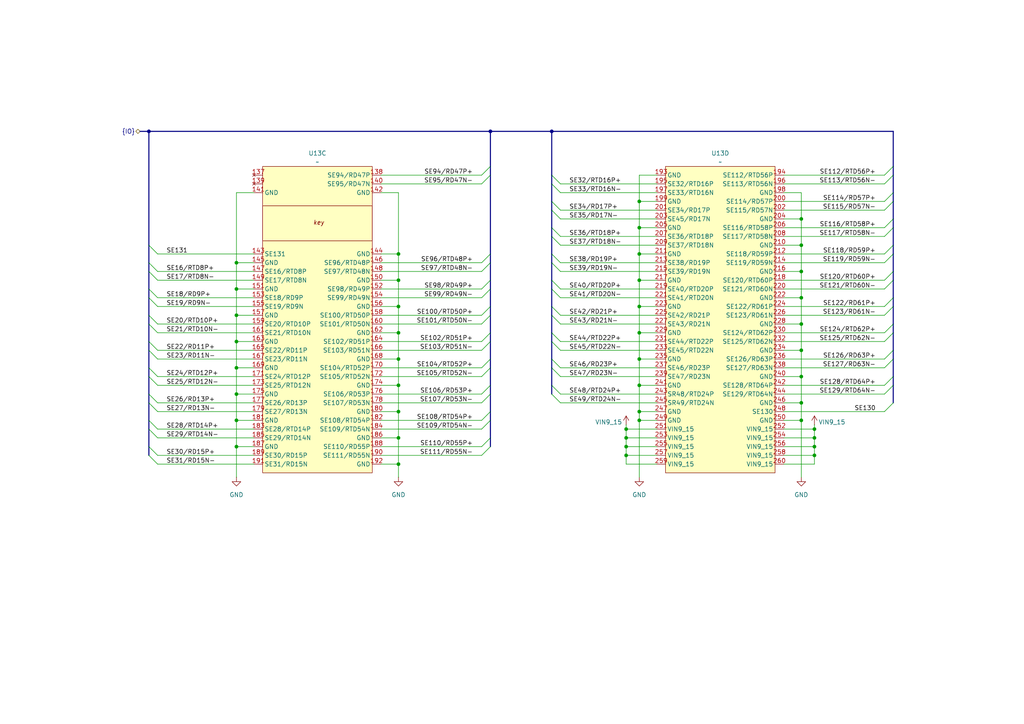
<source format=kicad_sch>
(kicad_sch (version 20231120) (generator "eeschema") (generator_version "8.0")
  (paper "A4")
  (title_block (title "${Project Designation}") (date "2024-06-30") (rev "${Revision}") (comment 1 "${Project Title}") (comment 2 "IO CONNECTOR 2") (comment 3 "${Part Number}"))
  (lib_symbols
    (symbol "ECAP5-BSOM:IO_CONN" (in_bom no)
      (property "Reference" "U" (at -16.51 45.72 0))
      (symbol "IO_CONN_1_0"
        (pin passive line (at -19.05 41.91 0) (length 2.54) (name "GND") (number "1"))
        (pin passive line (at 17.78 31.75 180) (length 2.54) (name "GND") (number "10"))
        (pin passive line (at -19.05 29.21 0) (length 2.54) (name "JTAG_TMS") (number "11"))
        (pin passive line (at 17.78 29.21 180) (length 2.54) (name "SE52/RTD26P") (number "12"))
        (pin passive line (at -19.05 26.67 0) (length 2.54) (name "GND") (number "13"))
        (pin passive line (at 17.78 26.67 180) (length 2.54) (name "SE53/RTD26N") (number "14"))
        (pin passive line (at -19.05 24.13 0) (length 2.54) (name "SE0/RTD0P") (number "15"))
        (pin passive line (at 17.78 24.13 180) (length 2.54) (name "GND") (number "16"))
        (pin passive line (at -19.05 21.59 0) (length 2.54) (name "SE1/RTD0N") (number "17"))
        (pin passive line (at 17.78 21.59 180) (length 2.54) (name "SE54/RD27P") (number "18"))
        (pin passive line (at -19.05 19.05 0) (length 2.54) (name "GND") (number "19"))
        (pin passive line (at 17.78 41.91 180) (length 2.54) (name "RESET_IN") (number "2"))
        (pin passive line (at 17.78 19.05 180) (length 2.54) (name "SE55/RD27N") (number "20"))
        (pin passive line (at -19.05 16.51 0) (length 2.54) (name "SE2/RD1P") (number "21"))
        (pin passive line (at 17.78 16.51 180) (length 2.54) (name "GND") (number "22"))
        (pin passive line (at -19.05 13.97 0) (length 2.54) (name "SE3/RD1N") (number "23"))
        (pin passive line (at 17.78 13.97 180) (length 2.54) (name "SE56/RTD28P") (number "24"))
        (pin passive line (at -19.05 11.43 0) (length 2.54) (name "GND") (number "25"))
        (pin passive line (at 17.78 11.43 180) (length 2.54) (name "SE57/RTD28N") (number "26"))
        (pin passive line (at -19.05 8.89 0) (length 2.54) (name "SE4/RTD2P") (number "27"))
        (pin passive line (at 17.78 8.89 180) (length 2.54) (name "GND") (number "28"))
        (pin passive line (at -19.05 6.35 0) (length 2.54) (name "SE5/RTD2N") (number "29"))
        (pin passive line (at -19.05 39.37 0) (length 2.54) (name "JTAG_TCK") (number "3"))
        (pin passive line (at 17.78 6.35 180) (length 2.54) (name "SE58/RD29P") (number "30"))
        (pin passive line (at -19.05 3.81 0) (length 2.54) (name "GND") (number "31"))
        (pin passive line (at 17.78 3.81 180) (length 2.54) (name "SE59/RD29N") (number "32"))
        (pin passive line (at -19.05 1.27 0) (length 2.54) (name "SE6/RD3P") (number "33"))
        (pin passive line (at 17.78 1.27 180) (length 2.54) (name "GND") (number "34"))
        (pin passive line (at -19.05 -1.27 0) (length 2.54) (name "SE7/RD3N") (number "35"))
        (pin passive line (at 17.78 -1.27 180) (length 2.54) (name "SE60/RTD30P") (number "36"))
        (pin passive line (at -19.05 -3.81 0) (length 2.54) (name "GND") (number "37"))
        (pin passive line (at 17.78 -3.81 180) (length 2.54) (name "SE61/RTD30N") (number "38"))
        (pin passive line (at -19.05 -6.35 0) (length 2.54) (name "SE8/RTD4P") (number "39"))
        (pin passive line (at 17.78 39.37 180) (length 2.54) (name "GND") (number "4"))
        (pin passive line (at 17.78 -6.35 180) (length 2.54) (name "GND") (number "40"))
        (pin passive line (at -19.05 -8.89 0) (length 2.54) (name "SE9/RTD4N") (number "41"))
        (pin passive line (at 17.78 -8.89 180) (length 2.54) (name "SE62/RD31P") (number "42"))
        (pin passive line (at -19.05 -11.43 0) (length 2.54) (name "GND") (number "43"))
        (pin passive line (at 17.78 -11.43 180) (length 2.54) (name "SE63/RD31N") (number "44"))
        (pin passive line (at -19.05 -13.97 0) (length 2.54) (name "SE10/RD5P") (number "45"))
        (pin passive line (at 17.78 -13.97 180) (length 2.54) (name "GND") (number "46"))
        (pin passive line (at -19.05 -16.51 0) (length 2.54) (name "SE11/RD5N") (number "47"))
        (pin passive line (at 17.78 -16.51 180) (length 2.54) (name "SE64/RTD32P") (number "48"))
        (pin passive line (at -19.05 -19.05 0) (length 2.54) (name "GND") (number "49"))
        (pin passive line (at -19.05 36.83 0) (length 2.54) (name "JTAG_TDI") (number "5"))
        (pin passive line (at 17.78 -19.05 180) (length 2.54) (name "SE65/RTD32N") (number "50"))
        (pin passive line (at -19.05 -21.59 0) (length 2.54) (name "SE12/RTD6P") (number "51"))
        (pin passive line (at 17.78 -21.59 180) (length 2.54) (name "GND") (number "52"))
        (pin passive line (at -19.05 -24.13 0) (length 2.54) (name "SE13/RTD6N") (number "53"))
        (pin passive line (at 17.78 -24.13 180) (length 2.54) (name "SE66/RD33P") (number "54"))
        (pin passive line (at -19.05 -26.67 0) (length 2.54) (name "GND") (number "55"))
        (pin passive line (at 17.78 -26.67 180) (length 2.54) (name "SE67/RD33N") (number "56"))
        (pin passive line (at -19.05 -29.21 0) (length 2.54) (name "SE14/RD7P") (number "57"))
        (pin passive line (at 17.78 -29.21 180) (length 2.54) (name "GND") (number "58"))
        (pin passive line (at -19.05 -31.75 0) (length 2.54) (name "SE15/RD7N") (number "59"))
        (pin passive line (at 17.78 36.83 180) (length 2.54) (name "SE50/RD25P") (number "6"))
        (pin passive line (at 17.78 -31.75 180) (length 2.54) (name "SE68/RTD34P") (number "60"))
        (pin passive line (at -19.05 -34.29 0) (length 2.54) (name "GND") (number "61"))
        (pin passive line (at 17.78 -34.29 180) (length 2.54) (name "SE69/RTD34N") (number "62"))
        (pin passive line (at -19.05 -36.83 0) (length 2.54) (name "GND") (number "63"))
        (pin passive line (at 17.78 -36.83 180) (length 2.54) (name "GND") (number "64"))
        (pin no_connect line (at -19.05 -39.37 0) (length 2.54) (name "") (number "65"))
        (pin passive line (at 17.78 -39.37 180) (length 2.54) (name "SE70/RD35P") (number "66"))
        (pin no_connect line (at -19.05 -41.91 0) (length 2.54) (name "") (number "67"))
        (pin passive line (at 17.78 -41.91 180) (length 2.54) (name "SE71/RD35N") (number "68"))
        (pin passive line (at -19.05 34.29 0) (length 2.54) (name "GND") (number "7"))
        (pin passive line (at 17.78 34.29 180) (length 2.54) (name "SE51/RD25N") (number "8"))
        (pin passive line (at -19.05 31.75 0) (length 2.54) (name "JTAG_TDO") (number "9"))
      )
      (symbol "IO_CONN_1_1"
        (rectangle (start -16.51 44.45) (end 15.24 -44.45) (fill (type background)))
      )
      (symbol "IO_CONN_2_0"
        (pin passive line (at 17.78 3.81 180) (length 2.54) (name "GND") (number "100"))
        (pin passive line (at -19.05 1.27 0) (length 2.54) (name "GND") (number "101"))
        (pin passive line (at 17.78 1.27 180) (length 2.54) (name "SE82/RD41P") (number "102"))
        (pin passive line (at -19.05 -1.27 0) (length 2.54) (name "GND") (number "103"))
        (pin passive line (at 17.78 -1.27 180) (length 2.54) (name "SE83/RD41N") (number "104"))
        (pin no_connect line (at -19.05 -3.81 0) (length 2.54) (name "") (number "105"))
        (pin passive line (at 17.78 -3.81 180) (length 2.54) (name "GND") (number "106"))
        (pin no_connect line (at -19.05 -6.35 0) (length 2.54) (name "") (number "107"))
        (pin passive line (at 17.78 -6.35 180) (length 2.54) (name "SE84/RTD42P") (number "108"))
        (pin passive line (at -19.05 -8.89 0) (length 2.54) (name "GND") (number "109"))
        (pin passive line (at 17.78 -8.89 180) (length 2.54) (name "SE85/RTD42N") (number "110"))
        (pin passive line (at -19.05 -11.43 0) (length 2.54) (name "GND") (number "111"))
        (pin passive line (at 17.78 -11.43 180) (length 2.54) (name "GND") (number "112"))
        (pin no_connect line (at -19.05 -13.97 0) (length 2.54) (name "") (number "113"))
        (pin passive line (at 17.78 -13.97 180) (length 2.54) (name "SE86/RD43P") (number "114"))
        (pin no_connect line (at -19.05 -16.51 0) (length 2.54) (name "") (number "115"))
        (pin passive line (at 17.78 -16.51 180) (length 2.54) (name "SE87/RD43N") (number "116"))
        (pin passive line (at -19.05 -19.05 0) (length 2.54) (name "GND") (number "117"))
        (pin passive line (at 17.78 -19.05 180) (length 2.54) (name "GND") (number "118"))
        (pin passive line (at -19.05 -21.59 0) (length 2.54) (name "GND") (number "119"))
        (pin passive line (at 17.78 -21.59 180) (length 2.54) (name "SE88/RTD44P") (number "120"))
        (pin no_connect line (at -19.05 -24.13 0) (length 2.54) (name "") (number "121"))
        (pin passive line (at 17.78 -24.13 180) (length 2.54) (name "SE89/RTD44N") (number "122"))
        (pin no_connect line (at -19.05 -26.67 0) (length 2.54) (name "") (number "123"))
        (pin passive line (at 17.78 -26.67 180) (length 2.54) (name "GND") (number "124"))
        (pin passive line (at -19.05 -29.21 0) (length 2.54) (name "GND") (number "125"))
        (pin passive line (at 17.78 -29.21 180) (length 2.54) (name "SE90/RD45P") (number "126"))
        (pin passive line (at -19.05 -31.75 0) (length 2.54) (name "GND") (number "127"))
        (pin passive line (at 17.78 -31.75 180) (length 2.54) (name "SE91/RD45N") (number "128"))
        (pin no_connect line (at -19.05 -34.29 0) (length 2.54) (name "") (number "129"))
        (pin passive line (at 17.78 -34.29 180) (length 2.54) (name "GND") (number "130"))
        (pin no_connect line (at -19.05 -36.83 0) (length 2.54) (name "") (number "131"))
        (pin passive line (at 17.78 -36.83 180) (length 2.54) (name "SE92/RTD46P") (number "132"))
        (pin passive line (at -19.05 -39.37 0) (length 2.54) (name "GND") (number "133"))
        (pin passive line (at 17.78 -39.37 180) (length 2.54) (name "SE93/RTD46N") (number "134"))
        (pin passive line (at -19.05 -41.91 0) (length 2.54) (name "GND") (number "135"))
        (pin passive line (at 17.78 -41.91 180) (length 2.54) (name "GND") (number "136"))
        (pin passive line (at -19.05 41.91 0) (length 2.54) (name "GND") (number "69"))
        (pin passive line (at 17.78 41.91 180) (length 2.54) (name "GND") (number "70"))
        (pin passive line (at -19.05 39.37 0) (length 2.54) (name "GND") (number "71"))
        (pin passive line (at 17.78 39.37 180) (length 2.54) (name "SE72/RTD36P") (number "72"))
        (pin no_connect line (at -19.05 36.83 0) (length 2.54) (name "") (number "73"))
        (pin passive line (at 17.78 36.83 180) (length 2.54) (name "SE73/RTD36N") (number "74"))
        (pin no_connect line (at -19.05 34.29 0) (length 2.54) (name "") (number "75"))
        (pin passive line (at 17.78 34.29 180) (length 2.54) (name "GND") (number "76"))
        (pin passive line (at -19.05 31.75 0) (length 2.54) (name "GND") (number "77"))
        (pin passive line (at 17.78 31.75 180) (length 2.54) (name "SE74/RD37P") (number "78"))
        (pin passive line (at -19.05 29.21 0) (length 2.54) (name "GND") (number "79"))
        (pin passive line (at 17.78 29.21 180) (length 2.54) (name "SE75/RD37N") (number "80"))
        (pin no_connect line (at -19.05 26.67 0) (length 2.54) (name "") (number "81"))
        (pin passive line (at 17.78 26.67 180) (length 2.54) (name "GND") (number "82"))
        (pin no_connect line (at -19.05 24.13 0) (length 2.54) (name "") (number "83"))
        (pin passive line (at 17.78 24.13 180) (length 2.54) (name "SE76/RTD38P") (number "84"))
        (pin passive line (at -19.05 21.59 0) (length 2.54) (name "GND") (number "85"))
        (pin passive line (at 17.78 21.59 180) (length 2.54) (name "SE77/RTD38N") (number "86"))
        (pin passive line (at -19.05 19.05 0) (length 2.54) (name "GND") (number "87"))
        (pin passive line (at 17.78 19.05 180) (length 2.54) (name "GND") (number "88"))
        (pin no_connect line (at -19.05 16.51 0) (length 2.54) (name "") (number "89"))
        (pin passive line (at 17.78 16.51 180) (length 2.54) (name "SE78/RD39P") (number "90"))
        (pin no_connect line (at -19.05 13.97 0) (length 2.54) (name "") (number "91"))
        (pin passive line (at 17.78 13.97 180) (length 2.54) (name "SE79/RD39N") (number "92"))
        (pin passive line (at -19.05 11.43 0) (length 2.54) (name "GND") (number "93"))
        (pin passive line (at 17.78 11.43 180) (length 2.54) (name "GND") (number "94"))
        (pin passive line (at -19.05 8.89 0) (length 2.54) (name "GND") (number "95"))
        (pin passive line (at 17.78 8.89 180) (length 2.54) (name "SE80/RTD40P") (number "96"))
        (pin no_connect line (at -19.05 6.35 0) (length 2.54) (name "") (number "97"))
        (pin passive line (at 17.78 6.35 180) (length 2.54) (name "SE81/RTD40N") (number "98"))
        (pin no_connect line (at -19.05 3.81 0) (length 2.54) (name "") (number "99"))
      )
      (symbol "IO_CONN_2_1"
        (rectangle (start -16.51 44.45) (end 15.24 -44.45) (fill (type background)))
      )
      (symbol "IO_CONN_3_0"
        (pin no_connect line (at -19.05 41.91 0) (length 2.54) (name "") (number "137"))
        (pin passive line (at 17.78 41.91 180) (length 2.54) (name "SE94/RD47P") (number "138"))
        (pin no_connect line (at -19.05 39.37 0) (length 2.54) (name "") (number "139"))
        (pin passive line (at 17.78 39.37 180) (length 2.54) (name "SE95/RD47N") (number "140"))
        (pin passive line (at -19.05 36.83 0) (length 2.54) (name "GND") (number "141"))
        (pin passive line (at 17.78 36.83 180) (length 2.54) (name "GND") (number "142"))
        (pin passive line (at -19.05 19.05 0) (length 2.54) (name "SE131") (number "143"))
        (pin passive line (at 17.78 19.05 180) (length 2.54) (name "GND") (number "144"))
        (pin passive line (at -19.05 16.51 0) (length 2.54) (name "GND") (number "145"))
        (pin passive line (at 17.78 16.51 180) (length 2.54) (name "SE96/RTD48P") (number "146"))
        (pin passive line (at -19.05 13.97 0) (length 2.54) (name "SE16/RTD8P") (number "147"))
        (pin passive line (at 17.78 13.97 180) (length 2.54) (name "SE97/RTD48N") (number "148"))
        (pin passive line (at -19.05 11.43 0) (length 2.54) (name "SE17/RTD8N") (number "149"))
        (pin passive line (at 17.78 11.43 180) (length 2.54) (name "GND") (number "150"))
        (pin passive line (at -19.05 8.89 0) (length 2.54) (name "GND") (number "151"))
        (pin passive line (at 17.78 8.89 180) (length 2.54) (name "SE98/RD49P") (number "152"))
        (pin passive line (at -19.05 6.35 0) (length 2.54) (name "SE18/RD9P") (number "153"))
        (pin passive line (at 17.78 6.35 180) (length 2.54) (name "SE99/RD49N") (number "154"))
        (pin passive line (at -19.05 3.81 0) (length 2.54) (name "SE19/RD9N") (number "155"))
        (pin passive line (at 17.78 3.81 180) (length 2.54) (name "GND") (number "156"))
        (pin passive line (at -19.05 1.27 0) (length 2.54) (name "GND") (number "157"))
        (pin passive line (at 17.78 1.27 180) (length 2.54) (name "SE100/RTD50P") (number "158"))
        (pin passive line (at -19.05 -1.27 0) (length 2.54) (name "SE20/RTD10P") (number "159"))
        (pin passive line (at 17.78 -1.27 180) (length 2.54) (name "SE101/RTD50N") (number "160"))
        (pin passive line (at -19.05 -3.81 0) (length 2.54) (name "SE21/RTD10N") (number "161"))
        (pin passive line (at 17.78 -3.81 180) (length 2.54) (name "GND") (number "162"))
        (pin passive line (at -19.05 -6.35 0) (length 2.54) (name "GND") (number "163"))
        (pin passive line (at 17.78 -6.35 180) (length 2.54) (name "SE102/RD51P") (number "164"))
        (pin passive line (at -19.05 -8.89 0) (length 2.54) (name "SE22/RD11P") (number "165"))
        (pin passive line (at 17.78 -8.89 180) (length 2.54) (name "SE103/RD51N") (number "166"))
        (pin passive line (at -19.05 -11.43 0) (length 2.54) (name "SE23/RD11N") (number "167"))
        (pin passive line (at 17.78 -11.43 180) (length 2.54) (name "GND") (number "168"))
        (pin passive line (at -19.05 -13.97 0) (length 2.54) (name "GND") (number "169"))
        (pin passive line (at 17.78 -13.97 180) (length 2.54) (name "SE104/RTD52P") (number "170"))
        (pin passive line (at -19.05 -16.51 0) (length 2.54) (name "SE24/RTD12P") (number "171"))
        (pin passive line (at 17.78 -16.51 180) (length 2.54) (name "SE105/RTD52N") (number "172"))
        (pin passive line (at -19.05 -19.05 0) (length 2.54) (name "SE25/RTD12N") (number "173"))
        (pin passive line (at 17.78 -19.05 180) (length 2.54) (name "GND") (number "174"))
        (pin passive line (at -19.05 -21.59 0) (length 2.54) (name "GND") (number "175"))
        (pin passive line (at 17.78 -21.59 180) (length 2.54) (name "SE106/RD53P") (number "176"))
        (pin passive line (at -19.05 -24.13 0) (length 2.54) (name "SE26/RD13P") (number "177"))
        (pin passive line (at 17.78 -24.13 180) (length 2.54) (name "SE107/RD53N") (number "178"))
        (pin passive line (at -19.05 -26.67 0) (length 2.54) (name "SE27/RD13N") (number "179"))
        (pin passive line (at 17.78 -26.67 180) (length 2.54) (name "GND") (number "180"))
        (pin passive line (at -19.05 -29.21 0) (length 2.54) (name "GND") (number "181"))
        (pin passive line (at 17.78 -29.21 180) (length 2.54) (name "SE108/RTD54P") (number "182"))
        (pin passive line (at -19.05 -31.75 0) (length 2.54) (name "SE28/RTD14P") (number "183"))
        (pin passive line (at 17.78 -31.75 180) (length 2.54) (name "SE109/RTD54N") (number "184"))
        (pin passive line (at -19.05 -34.29 0) (length 2.54) (name "SE29/RTD14N") (number "185"))
        (pin passive line (at 17.78 -34.29 180) (length 2.54) (name "GND") (number "186"))
        (pin passive line (at -19.05 -36.83 0) (length 2.54) (name "GND") (number "187"))
        (pin passive line (at 17.78 -36.83 180) (length 2.54) (name "SE110/RD55P") (number "188"))
        (pin passive line (at -19.05 -39.37 0) (length 2.54) (name "SE30/RD15P") (number "189"))
        (pin passive line (at 17.78 -39.37 180) (length 2.54) (name "SE111/RD55N") (number "190"))
        (pin passive line (at -19.05 -41.91 0) (length 2.54) (name "SE31/RD15N") (number "191"))
        (pin passive line (at 17.78 -41.91 180) (length 2.54) (name "GND") (number "192"))
      )
      (symbol "IO_CONN_3_1"
        (rectangle (start -16.51 33.02) (end 15.24 22.86))
        (rectangle (start -16.51 44.45) (end 15.24 -44.45) (fill (type background)))
        (text "key" (at -0.254 28.194 0) (effects (font (size 1.27 1.27) (italic yes))))
      )
      (symbol "IO_CONN_4_0"
        (pin passive line (at -19.05 41.91 0) (length 2.54) (name "GND") (number "193"))
        (pin passive line (at 17.78 41.91 180) (length 2.54) (name "SE112/RTD56P") (number "194"))
        (pin passive line (at -19.05 39.37 0) (length 2.54) (name "SE32/RTD16P") (number "195"))
        (pin passive line (at 17.78 39.37 180) (length 2.54) (name "SE113/RTD56N") (number "196"))
        (pin passive line (at -19.05 36.83 0) (length 2.54) (name "SE33/RTD16N") (number "197"))
        (pin passive line (at 17.78 36.83 180) (length 2.54) (name "GND") (number "198"))
        (pin passive line (at -19.05 34.29 0) (length 2.54) (name "GND") (number "199"))
        (pin passive line (at 17.78 34.29 180) (length 2.54) (name "SE114/RD57P") (number "200"))
        (pin passive line (at -19.05 31.75 0) (length 2.54) (name "SE34/RD17P") (number "201"))
        (pin passive line (at 17.78 31.75 180) (length 2.54) (name "SE115/RD57N") (number "202"))
        (pin passive line (at -19.05 29.21 0) (length 2.54) (name "SE45/RD17N") (number "203"))
        (pin passive line (at 17.78 29.21 180) (length 2.54) (name "GND") (number "204"))
        (pin passive line (at -19.05 26.67 0) (length 2.54) (name "GND") (number "205"))
        (pin passive line (at 17.78 26.67 180) (length 2.54) (name "SE116/RTD58P") (number "206"))
        (pin passive line (at -19.05 24.13 0) (length 2.54) (name "SE36/RTD18P") (number "207"))
        (pin passive line (at 17.78 24.13 180) (length 2.54) (name "SE117/RTD58N") (number "208"))
        (pin passive line (at -19.05 21.59 0) (length 2.54) (name "SE37/RTD18N") (number "209"))
        (pin passive line (at 17.78 21.59 180) (length 2.54) (name "GND") (number "210"))
        (pin passive line (at -19.05 19.05 0) (length 2.54) (name "GND") (number "211"))
        (pin passive line (at 17.78 19.05 180) (length 2.54) (name "SE118/RD59P") (number "212"))
        (pin passive line (at -19.05 16.51 0) (length 2.54) (name "SE38/RD19P") (number "213"))
        (pin passive line (at 17.78 16.51 180) (length 2.54) (name "SE119/RD59N") (number "214"))
        (pin passive line (at -19.05 13.97 0) (length 2.54) (name "SE39/RD19N") (number "215"))
        (pin passive line (at 17.78 13.97 180) (length 2.54) (name "GND") (number "216"))
        (pin passive line (at -19.05 11.43 0) (length 2.54) (name "GND") (number "217"))
        (pin passive line (at 17.78 11.43 180) (length 2.54) (name "SE120/RTD60P") (number "218"))
        (pin passive line (at -19.05 8.89 0) (length 2.54) (name "SE40/RTD20P") (number "219"))
        (pin passive line (at 17.78 8.89 180) (length 2.54) (name "SE121/RTD60N") (number "220"))
        (pin passive line (at -19.05 6.35 0) (length 2.54) (name "SE41/RTD20N") (number "221"))
        (pin passive line (at 17.78 6.35 180) (length 2.54) (name "GND") (number "222"))
        (pin passive line (at -19.05 3.81 0) (length 2.54) (name "GND") (number "223"))
        (pin passive line (at 17.78 3.81 180) (length 2.54) (name "SE122/RD61P") (number "224"))
        (pin passive line (at -19.05 1.27 0) (length 2.54) (name "SE42/RD21P") (number "225"))
        (pin passive line (at 17.78 1.27 180) (length 2.54) (name "SE123/RD61N") (number "226"))
        (pin passive line (at -19.05 -1.27 0) (length 2.54) (name "SE43/RD21N") (number "227"))
        (pin passive line (at 17.78 -1.27 180) (length 2.54) (name "GND") (number "228"))
        (pin passive line (at -19.05 -3.81 0) (length 2.54) (name "GND") (number "229"))
        (pin passive line (at 17.78 -3.81 180) (length 2.54) (name "SE124/RTD62P") (number "230"))
        (pin passive line (at -19.05 -6.35 0) (length 2.54) (name "SE44/RTD22P") (number "231"))
        (pin passive line (at 17.78 -6.35 180) (length 2.54) (name "SE125/RTD62N") (number "232"))
        (pin passive line (at -19.05 -8.89 0) (length 2.54) (name "SE45/RTD22N") (number "233"))
        (pin passive line (at 17.78 -8.89 180) (length 2.54) (name "GND") (number "234"))
        (pin passive line (at -19.05 -11.43 0) (length 2.54) (name "GND") (number "235"))
        (pin passive line (at 17.78 -11.43 180) (length 2.54) (name "SE126/RD63P") (number "236"))
        (pin passive line (at -19.05 -13.97 0) (length 2.54) (name "SE46/RD23P") (number "237"))
        (pin passive line (at 17.78 -13.97 180) (length 2.54) (name "SE127/RD63N") (number "238"))
        (pin passive line (at -19.05 -16.51 0) (length 2.54) (name "SE47/RD23N") (number "239"))
        (pin passive line (at 17.78 -16.51 180) (length 2.54) (name "GND") (number "240"))
        (pin passive line (at -19.05 -19.05 0) (length 2.54) (name "GND") (number "241"))
        (pin passive line (at 17.78 -19.05 180) (length 2.54) (name "SE128/RTD64P") (number "242"))
        (pin passive line (at -19.05 -21.59 0) (length 2.54) (name "SR48/RTD24P") (number "243"))
        (pin passive line (at 17.78 -21.59 180) (length 2.54) (name "SE129/RTD64N") (number "244"))
        (pin passive line (at -19.05 -24.13 0) (length 2.54) (name "SR49/RTD24N") (number "245"))
        (pin passive line (at 17.78 -24.13 180) (length 2.54) (name "GND") (number "246"))
        (pin passive line (at -19.05 -26.67 0) (length 2.54) (name "GND") (number "247"))
        (pin passive line (at 17.78 -26.67 180) (length 2.54) (name "SE130") (number "248"))
        (pin passive line (at -19.05 -29.21 0) (length 2.54) (name "GND") (number "249"))
        (pin passive line (at 17.78 -29.21 180) (length 2.54) (name "GND") (number "250"))
        (pin passive line (at -19.05 -31.75 0) (length 2.54) (name "VIN9_15") (number "251"))
        (pin passive line (at 17.78 -31.75 180) (length 2.54) (name "VIN9_15") (number "252"))
        (pin passive line (at -19.05 -34.29 0) (length 2.54) (name "VIN9_15") (number "253"))
        (pin passive line (at 17.78 -34.29 180) (length 2.54) (name "VIN9_15") (number "254"))
        (pin passive line (at -19.05 -36.83 0) (length 2.54) (name "VIN9_15") (number "255"))
        (pin passive line (at 17.78 -36.83 180) (length 2.54) (name "VIN9_15") (number "256"))
        (pin passive line (at -19.05 -39.37 0) (length 2.54) (name "VIN9_15") (number "257"))
        (pin passive line (at 17.78 -39.37 180) (length 2.54) (name "VIN9_15") (number "258"))
        (pin passive line (at -19.05 -41.91 0) (length 2.54) (name "VIN9_15") (number "259"))
        (pin passive line (at 17.78 -41.91 180) (length 2.54) (name "VIN9_15") (number "260"))
      )
      (symbol "IO_CONN_4_1"
        (rectangle (start -16.51 44.45) (end 15.24 -44.45) (fill (type background)))
      )
    )
    (symbol "ECAP5-BSOM:VIN9_15" (power) (pin_numbers hide) (pin_names (offset 0) hide)
      (property "Value" "VIN9_15" (at 0 3.556 0))
      (symbol "VIN9_15_0_1"
        (polyline (pts (xy -0.762 1.27) (xy 0 2.54)))
        (polyline (pts (xy 0 0) (xy 0 2.54)))
        (polyline (pts (xy 0 2.54) (xy 0.762 1.27)))
      )
      (symbol "VIN9_15_1_1"
        (pin power_in line (at 0 0 90) (length 0) (name "~") (number "1"))
      )
    )
    (symbol "power:GND" (power) (pin_numbers hide) (pin_names (offset 0) hide)
      (property "Value" "GND" (at 0 -3.81 0))
      (symbol "GND_0_1"
        (polyline (pts (xy 0 0) (xy 0 -1.27) (xy 1.27 -1.27) (xy 0 -2.54) (xy -1.27 -1.27) (xy 0 -1.27)))
      )
      (symbol "GND_1_1"
        (pin power_in line (at 0 0 270) (length 0) (name "~") (number "1"))
      )
    )
  )
  (junction (at 232.41 101.6))
  (junction (at 115.57 73.66))
  (junction (at 115.57 81.28))
  (junction (at 232.41 63.5))
  (junction (at 185.42 73.66))
  (junction (at 181.61 132.08))
  (junction (at 185.42 96.52))
  (junction (at 68.58 114.3))
  (junction (at 115.57 111.76))
  (junction (at 236.22 129.54))
  (junction (at 185.42 121.92))
  (junction (at 68.58 76.2))
  (junction (at 115.57 96.52))
  (junction (at 185.42 111.76))
  (junction (at 232.41 109.22))
  (junction (at 236.22 132.08))
  (junction (at 68.58 129.54))
  (junction (at 181.61 129.54))
  (junction (at 232.41 121.92))
  (junction (at 232.41 86.36))
  (junction (at 185.42 88.9))
  (junction (at 68.58 91.44))
  (junction (at 232.41 78.74))
  (junction (at 236.22 124.46))
  (junction (at 115.57 119.38))
  (junction (at 68.58 83.82))
  (junction (at 185.42 119.38))
  (junction (at 142.24 38.1))
  (junction (at 181.61 127))
  (junction (at 185.42 58.42))
  (junction (at 160.02 38.1))
  (junction (at 43.18 38.1))
  (junction (at 68.58 99.06))
  (junction (at 185.42 104.14))
  (junction (at 115.57 104.14))
  (junction (at 115.57 88.9))
  (junction (at 68.58 106.68))
  (junction (at 185.42 81.28))
  (junction (at 236.22 127))
  (junction (at 232.41 71.12))
  (junction (at 115.57 127))
  (junction (at 181.61 124.46))
  (junction (at 185.42 66.04))
  (junction (at 232.41 93.98))
  (junction (at 115.57 134.62))
  (junction (at 68.58 121.92))
  (junction (at 232.41 116.84))
  (bus_entry (at 142.24 127) (size -2.54 2.54))
  (bus_entry (at 142.24 121.92) (size -2.54 2.54))
  (bus_entry (at 160.02 111.76) (size 2.54 2.54))
  (bus_entry (at 43.18 71.12) (size 2.54 2.54))
  (bus_entry (at 160.02 114.3) (size 2.54 2.54))
  (bus_entry (at 259.08 71.12) (size -2.54 2.54))
  (bus_entry (at 142.24 129.54) (size -2.54 2.54))
  (bus_entry (at 142.24 88.9) (size -2.54 2.54))
  (bus_entry (at 160.02 99.06) (size 2.54 2.54))
  (bus_entry (at 43.18 78.74) (size 2.54 2.54))
  (bus_entry (at 142.24 99.06) (size -2.54 2.54))
  (bus_entry (at 43.18 91.44) (size 2.54 2.54))
  (bus_entry (at 142.24 76.2) (size -2.54 2.54))
  (bus_entry (at 43.18 109.22) (size 2.54 2.54))
  (bus_entry (at 142.24 106.68) (size -2.54 2.54))
  (bus_entry (at 259.08 55.88) (size -2.54 2.54))
  (bus_entry (at 142.24 48.26) (size -2.54 2.54))
  (bus_entry (at 43.18 114.3) (size 2.54 2.54))
  (bus_entry (at 160.02 50.8) (size 2.54 2.54))
  (bus_entry (at 160.02 88.9) (size 2.54 2.54))
  (bus_entry (at 160.02 66.04) (size 2.54 2.54))
  (bus_entry (at 160.02 53.34) (size 2.54 2.54))
  (bus_entry (at 259.08 111.76) (size -2.54 2.54))
  (bus_entry (at 43.18 132.08) (size 2.54 2.54))
  (bus_entry (at 259.08 81.28) (size -2.54 2.54))
  (bus_entry (at 142.24 114.3) (size -2.54 2.54))
  (bus_entry (at 259.08 66.04) (size -2.54 2.54))
  (bus_entry (at 160.02 73.66) (size 2.54 2.54))
  (bus_entry (at 43.18 101.6) (size 2.54 2.54))
  (bus_entry (at 259.08 63.5) (size -2.54 2.54))
  (bus_entry (at 160.02 68.58) (size 2.54 2.54))
  (bus_entry (at 43.18 124.46) (size 2.54 2.54))
  (bus_entry (at 43.18 93.98) (size 2.54 2.54))
  (bus_entry (at 142.24 81.28) (size -2.54 2.54))
  (bus_entry (at 160.02 91.44) (size 2.54 2.54))
  (bus_entry (at 259.08 50.8) (size -2.54 2.54))
  (bus_entry (at 43.18 76.2) (size 2.54 2.54))
  (bus_entry (at 142.24 104.14) (size -2.54 2.54))
  (bus_entry (at 142.24 83.82) (size -2.54 2.54))
  (bus_entry (at 142.24 91.44) (size -2.54 2.54))
  (bus_entry (at 160.02 83.82) (size 2.54 2.54))
  (bus_entry (at 142.24 111.76) (size -2.54 2.54))
  (bus_entry (at 142.24 73.66) (size -2.54 2.54))
  (bus_entry (at 259.08 58.42) (size -2.54 2.54))
  (bus_entry (at 43.18 129.54) (size 2.54 2.54))
  (bus_entry (at 43.18 116.84) (size 2.54 2.54))
  (bus_entry (at 259.08 109.22) (size -2.54 2.54))
  (bus_entry (at 259.08 101.6) (size -2.54 2.54))
  (bus_entry (at 160.02 81.28) (size 2.54 2.54))
  (bus_entry (at 259.08 93.98) (size -2.54 2.54))
  (bus_entry (at 259.08 48.26) (size -2.54 2.54))
  (bus_entry (at 259.08 96.52) (size -2.54 2.54))
  (bus_entry (at 160.02 60.96) (size 2.54 2.54))
  (bus_entry (at 142.24 119.38) (size -2.54 2.54))
  (bus_entry (at 142.24 50.8) (size -2.54 2.54))
  (bus_entry (at 160.02 58.42) (size 2.54 2.54))
  (bus_entry (at 43.18 99.06) (size 2.54 2.54))
  (bus_entry (at 259.08 86.36) (size -2.54 2.54))
  (bus_entry (at 43.18 121.92) (size 2.54 2.54))
  (bus_entry (at 160.02 96.52) (size 2.54 2.54))
  (bus_entry (at 160.02 106.68) (size 2.54 2.54))
  (bus_entry (at 160.02 104.14) (size 2.54 2.54))
  (bus_entry (at 259.08 73.66) (size -2.54 2.54))
  (bus_entry (at 259.08 116.84) (size -2.54 2.54))
  (bus_entry (at 43.18 86.36) (size 2.54 2.54))
  (bus_entry (at 259.08 88.9) (size -2.54 2.54))
  (bus_entry (at 160.02 76.2) (size 2.54 2.54))
  (bus_entry (at 43.18 106.68) (size 2.54 2.54))
  (bus_entry (at 259.08 78.74) (size -2.54 2.54))
  (bus_entry (at 259.08 104.14) (size -2.54 2.54))
  (bus_entry (at 43.18 83.82) (size 2.54 2.54))
  (bus_entry (at 142.24 96.52) (size -2.54 2.54))
  (wire (pts (xy 232.41 138.43) (xy 232.41 121.92)))
  (wire (pts (xy 232.41 116.84) (xy 232.41 109.22)))
  (wire (pts (xy 110.49 73.66) (xy 115.57 73.66)))
  (bus (pts (xy 43.18 76.2) (xy 43.18 71.12)))
  (bus (pts (xy 160.02 104.14) (xy 160.02 99.06)))
  (wire (pts (xy 227.33 114.3) (xy 256.54 114.3)))
  (wire (pts (xy 232.41 55.88) (xy 227.33 55.88)))
  (bus (pts (xy 160.02 111.76) (xy 160.02 106.68)))
  (bus (pts (xy 142.24 88.9) (xy 142.24 83.82)))
  (wire (pts (xy 227.33 68.58) (xy 256.54 68.58)))
  (bus (pts (xy 160.02 114.3) (xy 160.02 111.76)))
  (wire (pts (xy 227.33 73.66) (xy 256.54 73.66)))
  (wire (pts (xy 232.41 78.74) (xy 232.41 71.12)))
  (wire (pts (xy 232.41 93.98) (xy 232.41 86.36)))
  (bus (pts (xy 142.24 114.3) (xy 142.24 111.76)))
  (wire (pts (xy 110.49 50.8) (xy 139.7 50.8)))
  (wire (pts (xy 185.42 88.9) (xy 185.42 96.52)))
  (bus (pts (xy 43.18 38.1) (xy 142.24 38.1)))
  (wire (pts (xy 45.72 104.14) (xy 73.66 104.14)))
  (bus (pts (xy 43.18 114.3) (xy 43.18 109.22)))
  (wire (pts (xy 68.58 129.54) (xy 73.66 129.54)))
  (bus (pts (xy 259.08 101.6) (xy 259.08 96.52)))
  (bus (pts (xy 142.24 38.1) (xy 160.02 38.1)))
  (bus (pts (xy 43.18 91.44) (xy 43.18 86.36)))
  (bus (pts (xy 259.08 81.28) (xy 259.08 78.74)))
  (wire (pts (xy 110.49 76.2) (xy 139.7 76.2)))
  (wire (pts (xy 68.58 83.82) (xy 68.58 76.2)))
  (bus (pts (xy 43.18 116.84) (xy 43.18 114.3)))
  (wire (pts (xy 190.5 134.62) (xy 181.61 134.62)))
  (wire (pts (xy 68.58 99.06) (xy 73.66 99.06)))
  (wire (pts (xy 45.72 119.38) (xy 73.66 119.38)))
  (wire (pts (xy 227.33 83.82) (xy 256.54 83.82)))
  (bus (pts (xy 142.24 76.2) (xy 142.24 73.66)))
  (wire (pts (xy 227.33 129.54) (xy 236.22 129.54)))
  (bus (pts (xy 160.02 68.58) (xy 160.02 66.04)))
  (wire (pts (xy 185.42 58.42) (xy 190.5 58.42)))
  (wire (pts (xy 68.58 121.92) (xy 68.58 114.3)))
  (wire (pts (xy 232.41 121.92) (xy 232.41 116.84)))
  (wire (pts (xy 227.33 66.04) (xy 256.54 66.04)))
  (wire (pts (xy 45.72 93.98) (xy 73.66 93.98)))
  (wire (pts (xy 227.33 96.52) (xy 256.54 96.52)))
  (wire (pts (xy 162.56 99.06) (xy 190.5 99.06)))
  (wire (pts (xy 68.58 106.68) (xy 73.66 106.68)))
  (bus (pts (xy 40.64 38.1) (xy 43.18 38.1)))
  (wire (pts (xy 162.56 76.2) (xy 190.5 76.2)))
  (bus (pts (xy 142.24 104.14) (xy 142.24 99.06)))
  (bus (pts (xy 43.18 71.12) (xy 43.18 38.1)))
  (bus (pts (xy 259.08 109.22) (xy 259.08 104.14)))
  (wire (pts (xy 227.33 78.74) (xy 232.41 78.74)))
  (wire (pts (xy 68.58 91.44) (xy 73.66 91.44)))
  (wire (pts (xy 236.22 132.08) (xy 236.22 129.54)))
  (bus (pts (xy 259.08 63.5) (xy 259.08 58.42)))
  (wire (pts (xy 162.56 93.98) (xy 190.5 93.98)))
  (wire (pts (xy 110.49 134.62) (xy 115.57 134.62)))
  (bus (pts (xy 43.18 78.74) (xy 43.18 76.2)))
  (wire (pts (xy 227.33 121.92) (xy 232.41 121.92)))
  (wire (pts (xy 110.49 99.06) (xy 139.7 99.06)))
  (wire (pts (xy 110.49 127) (xy 115.57 127)))
  (wire (pts (xy 110.49 129.54) (xy 139.7 129.54)))
  (wire (pts (xy 162.56 83.82) (xy 190.5 83.82)))
  (wire (pts (xy 110.49 106.68) (xy 139.7 106.68)))
  (wire (pts (xy 45.72 127) (xy 73.66 127)))
  (wire (pts (xy 68.58 138.43) (xy 68.58 129.54)))
  (bus (pts (xy 142.24 73.66) (xy 142.24 50.8)))
  (wire (pts (xy 185.42 96.52) (xy 185.42 104.14)))
  (wire (pts (xy 45.72 132.08) (xy 73.66 132.08)))
  (bus (pts (xy 43.18 106.68) (xy 43.18 101.6)))
  (bus (pts (xy 160.02 96.52) (xy 160.02 91.44)))
  (bus (pts (xy 142.24 91.44) (xy 142.24 88.9)))
  (wire (pts (xy 115.57 134.62) (xy 115.57 138.43)))
  (wire (pts (xy 162.56 60.96) (xy 190.5 60.96)))
  (wire (pts (xy 115.57 96.52) (xy 115.57 104.14)))
  (bus (pts (xy 160.02 88.9) (xy 160.02 83.82)))
  (wire (pts (xy 68.58 76.2) (xy 73.66 76.2)))
  (wire (pts (xy 110.49 121.92) (xy 139.7 121.92)))
  (bus (pts (xy 259.08 96.52) (xy 259.08 93.98)))
  (wire (pts (xy 227.33 127) (xy 236.22 127)))
  (wire (pts (xy 68.58 83.82) (xy 73.66 83.82)))
  (bus (pts (xy 259.08 86.36) (xy 259.08 81.28)))
  (bus (pts (xy 259.08 78.74) (xy 259.08 73.66)))
  (wire (pts (xy 110.49 132.08) (xy 139.7 132.08)))
  (wire (pts (xy 181.61 132.08) (xy 190.5 132.08)))
  (wire (pts (xy 227.33 93.98) (xy 232.41 93.98)))
  (wire (pts (xy 227.33 63.5) (xy 232.41 63.5)))
  (wire (pts (xy 45.72 96.52) (xy 73.66 96.52)))
  (wire (pts (xy 45.72 134.62) (xy 73.66 134.62)))
  (bus (pts (xy 43.18 132.08) (xy 43.18 129.54)))
  (wire (pts (xy 185.42 66.04) (xy 185.42 73.66)))
  (wire (pts (xy 236.22 129.54) (xy 236.22 127)))
  (bus (pts (xy 160.02 50.8) (xy 160.02 38.1)))
  (wire (pts (xy 227.33 134.62) (xy 236.22 134.62)))
  (wire (pts (xy 227.33 76.2) (xy 256.54 76.2)))
  (wire (pts (xy 227.33 101.6) (xy 232.41 101.6)))
  (wire (pts (xy 110.49 53.34) (xy 139.7 53.34)))
  (wire (pts (xy 68.58 106.68) (xy 68.58 99.06)))
  (wire (pts (xy 227.33 86.36) (xy 232.41 86.36)))
  (wire (pts (xy 45.72 101.6) (xy 73.66 101.6)))
  (wire (pts (xy 227.33 119.38) (xy 256.54 119.38)))
  (wire (pts (xy 110.49 55.88) (xy 115.57 55.88)))
  (bus (pts (xy 43.18 129.54) (xy 43.18 124.46)))
  (wire (pts (xy 227.33 104.14) (xy 256.54 104.14)))
  (wire (pts (xy 115.57 88.9) (xy 115.57 96.52)))
  (wire (pts (xy 227.33 99.06) (xy 256.54 99.06)))
  (wire (pts (xy 181.61 129.54) (xy 181.61 127)))
  (wire (pts (xy 227.33 109.22) (xy 232.41 109.22)))
  (bus (pts (xy 259.08 88.9) (xy 259.08 86.36)))
  (wire (pts (xy 110.49 101.6) (xy 139.7 101.6)))
  (wire (pts (xy 227.33 53.34) (xy 256.54 53.34)))
  (wire (pts (xy 162.56 53.34) (xy 190.5 53.34)))
  (wire (pts (xy 162.56 114.3) (xy 190.5 114.3)))
  (wire (pts (xy 45.72 111.76) (xy 73.66 111.76)))
  (wire (pts (xy 162.56 55.88) (xy 190.5 55.88)))
  (wire (pts (xy 227.33 81.28) (xy 256.54 81.28)))
  (bus (pts (xy 142.24 127) (xy 142.24 121.92)))
  (wire (pts (xy 110.49 86.36) (xy 139.7 86.36)))
  (wire (pts (xy 45.72 88.9) (xy 73.66 88.9)))
  (wire (pts (xy 115.57 81.28) (xy 115.57 88.9)))
  (wire (pts (xy 236.22 127) (xy 236.22 124.46)))
  (wire (pts (xy 185.42 96.52) (xy 190.5 96.52)))
  (wire (pts (xy 181.61 134.62) (xy 181.61 132.08)))
  (wire (pts (xy 68.58 121.92) (xy 73.66 121.92)))
  (wire (pts (xy 162.56 91.44) (xy 190.5 91.44)))
  (wire (pts (xy 45.72 73.66) (xy 73.66 73.66)))
  (wire (pts (xy 232.41 63.5) (xy 232.41 55.88)))
  (bus (pts (xy 142.24 106.68) (xy 142.24 104.14)))
  (wire (pts (xy 162.56 63.5) (xy 190.5 63.5)))
  (wire (pts (xy 162.56 116.84) (xy 190.5 116.84)))
  (wire (pts (xy 110.49 124.46) (xy 139.7 124.46)))
  (wire (pts (xy 68.58 55.88) (xy 73.66 55.88)))
  (bus (pts (xy 160.02 60.96) (xy 160.02 58.42)))
  (wire (pts (xy 185.42 66.04) (xy 190.5 66.04)))
  (bus (pts (xy 160.02 38.1) (xy 259.08 38.1)))
  (wire (pts (xy 185.42 50.8) (xy 185.42 58.42)))
  (wire (pts (xy 110.49 96.52) (xy 115.57 96.52)))
  (wire (pts (xy 227.33 116.84) (xy 232.41 116.84)))
  (bus (pts (xy 160.02 73.66) (xy 160.02 68.58)))
  (bus (pts (xy 259.08 116.84) (xy 259.08 111.76)))
  (wire (pts (xy 68.58 114.3) (xy 73.66 114.3)))
  (bus (pts (xy 160.02 76.2) (xy 160.02 73.66)))
  (wire (pts (xy 232.41 71.12) (xy 232.41 63.5)))
  (bus (pts (xy 160.02 106.68) (xy 160.02 104.14)))
  (bus (pts (xy 142.24 129.54) (xy 142.24 127)))
  (bus (pts (xy 160.02 53.34) (xy 160.02 50.8)))
  (wire (pts (xy 115.57 55.88) (xy 115.57 73.66)))
  (wire (pts (xy 190.5 50.8) (xy 185.42 50.8)))
  (wire (pts (xy 162.56 68.58) (xy 190.5 68.58)))
  (wire (pts (xy 110.49 91.44) (xy 139.7 91.44)))
  (bus (pts (xy 142.24 119.38) (xy 142.24 114.3)))
  (bus (pts (xy 142.24 50.8) (xy 142.24 48.26)))
  (wire (pts (xy 45.72 86.36) (xy 73.66 86.36)))
  (bus (pts (xy 259.08 111.76) (xy 259.08 109.22)))
  (wire (pts (xy 227.33 111.76) (xy 256.54 111.76)))
  (wire (pts (xy 68.58 114.3) (xy 68.58 106.68)))
  (wire (pts (xy 45.72 124.46) (xy 73.66 124.46)))
  (bus (pts (xy 43.18 121.92) (xy 43.18 116.84)))
  (wire (pts (xy 185.42 58.42) (xy 185.42 66.04)))
  (bus (pts (xy 43.18 124.46) (xy 43.18 121.92)))
  (wire (pts (xy 190.5 124.46) (xy 181.61 124.46)))
  (wire (pts (xy 162.56 71.12) (xy 190.5 71.12)))
  (wire (pts (xy 110.49 104.14) (xy 115.57 104.14)))
  (bus (pts (xy 142.24 81.28) (xy 142.24 76.2)))
  (wire (pts (xy 227.33 50.8) (xy 256.54 50.8)))
  (wire (pts (xy 185.42 119.38) (xy 190.5 119.38)))
  (wire (pts (xy 162.56 106.68) (xy 190.5 106.68)))
  (wire (pts (xy 227.33 88.9) (xy 256.54 88.9)))
  (wire (pts (xy 110.49 111.76) (xy 115.57 111.76)))
  (wire (pts (xy 232.41 109.22) (xy 232.41 101.6)))
  (wire (pts (xy 110.49 78.74) (xy 139.7 78.74)))
  (bus (pts (xy 160.02 58.42) (xy 160.02 53.34)))
  (bus (pts (xy 142.24 48.26) (xy 142.24 38.1)))
  (wire (pts (xy 185.42 104.14) (xy 190.5 104.14)))
  (wire (pts (xy 185.42 88.9) (xy 190.5 88.9)))
  (wire (pts (xy 162.56 86.36) (xy 190.5 86.36)))
  (bus (pts (xy 160.02 99.06) (xy 160.02 96.52)))
  (wire (pts (xy 185.42 81.28) (xy 190.5 81.28)))
  (wire (pts (xy 110.49 88.9) (xy 115.57 88.9)))
  (wire (pts (xy 110.49 114.3) (xy 139.7 114.3)))
  (bus (pts (xy 43.18 101.6) (xy 43.18 99.06)))
  (wire (pts (xy 68.58 91.44) (xy 68.58 83.82)))
  (bus (pts (xy 43.18 86.36) (xy 43.18 83.82)))
  (bus (pts (xy 259.08 104.14) (xy 259.08 101.6)))
  (wire (pts (xy 45.72 109.22) (xy 73.66 109.22)))
  (wire (pts (xy 115.57 127) (xy 115.57 134.62)))
  (wire (pts (xy 236.22 132.08) (xy 227.33 132.08)))
  (bus (pts (xy 259.08 71.12) (xy 259.08 66.04)))
  (wire (pts (xy 190.5 127) (xy 181.61 127)))
  (wire (pts (xy 185.42 111.76) (xy 185.42 119.38)))
  (bus (pts (xy 142.24 96.52) (xy 142.24 91.44)))
  (wire (pts (xy 227.33 91.44) (xy 256.54 91.44)))
  (wire (pts (xy 185.42 121.92) (xy 190.5 121.92)))
  (wire (pts (xy 162.56 78.74) (xy 190.5 78.74)))
  (bus (pts (xy 43.18 109.22) (xy 43.18 106.68)))
  (wire (pts (xy 236.22 134.62) (xy 236.22 132.08)))
  (wire (pts (xy 185.42 119.38) (xy 185.42 121.92)))
  (bus (pts (xy 142.24 121.92) (xy 142.24 119.38)))
  (wire (pts (xy 68.58 76.2) (xy 68.58 55.88)))
  (wire (pts (xy 110.49 119.38) (xy 115.57 119.38)))
  (wire (pts (xy 227.33 71.12) (xy 232.41 71.12)))
  (wire (pts (xy 110.49 93.98) (xy 139.7 93.98)))
  (bus (pts (xy 43.18 99.06) (xy 43.18 93.98)))
  (wire (pts (xy 115.57 111.76) (xy 115.57 119.38)))
  (wire (pts (xy 185.42 104.14) (xy 185.42 111.76)))
  (wire (pts (xy 110.49 109.22) (xy 139.7 109.22)))
  (bus (pts (xy 43.18 83.82) (xy 43.18 78.74)))
  (wire (pts (xy 236.22 124.46) (xy 236.22 123.19)))
  (wire (pts (xy 110.49 83.82) (xy 139.7 83.82)))
  (wire (pts (xy 110.49 116.84) (xy 139.7 116.84)))
  (wire (pts (xy 45.72 81.28) (xy 73.66 81.28)))
  (wire (pts (xy 227.33 60.96) (xy 256.54 60.96)))
  (wire (pts (xy 68.58 99.06) (xy 68.58 91.44)))
  (bus (pts (xy 259.08 48.26) (xy 259.08 38.1)))
  (wire (pts (xy 232.41 101.6) (xy 232.41 93.98)))
  (bus (pts (xy 142.24 111.76) (xy 142.24 106.68)))
  (wire (pts (xy 227.33 124.46) (xy 236.22 124.46)))
  (bus (pts (xy 259.08 58.42) (xy 259.08 55.88)))
  (wire (pts (xy 115.57 73.66) (xy 115.57 81.28)))
  (wire (pts (xy 227.33 106.68) (xy 256.54 106.68)))
  (wire (pts (xy 232.41 86.36) (xy 232.41 78.74)))
  (wire (pts (xy 162.56 101.6) (xy 190.5 101.6)))
  (bus (pts (xy 43.18 93.98) (xy 43.18 91.44)))
  (bus (pts (xy 259.08 55.88) (xy 259.08 50.8)))
  (wire (pts (xy 181.61 132.08) (xy 181.61 129.54)))
  (wire (pts (xy 185.42 121.92) (xy 185.42 138.43)))
  (wire (pts (xy 181.61 124.46) (xy 181.61 123.19)))
  (wire (pts (xy 68.58 129.54) (xy 68.58 121.92)))
  (bus (pts (xy 259.08 73.66) (xy 259.08 71.12)))
  (bus (pts (xy 160.02 81.28) (xy 160.02 76.2)))
  (wire (pts (xy 162.56 109.22) (xy 190.5 109.22)))
  (wire (pts (xy 115.57 119.38) (xy 115.57 127)))
  (bus (pts (xy 160.02 91.44) (xy 160.02 88.9)))
  (bus (pts (xy 142.24 99.06) (xy 142.24 96.52)))
  (bus (pts (xy 160.02 83.82) (xy 160.02 81.28)))
  (bus (pts (xy 259.08 50.8) (xy 259.08 48.26)))
  (bus (pts (xy 259.08 93.98) (xy 259.08 88.9)))
  (wire (pts (xy 115.57 104.14) (xy 115.57 111.76)))
  (wire (pts (xy 190.5 129.54) (xy 181.61 129.54)))
  (bus (pts (xy 160.02 66.04) (xy 160.02 60.96)))
  (wire (pts (xy 45.72 78.74) (xy 73.66 78.74)))
  (bus (pts (xy 259.08 66.04) (xy 259.08 63.5)))
  (wire (pts (xy 185.42 81.28) (xy 185.42 88.9)))
  (wire (pts (xy 185.42 73.66) (xy 190.5 73.66)))
  (wire (pts (xy 185.42 111.76) (xy 190.5 111.76)))
  (wire (pts (xy 181.61 127) (xy 181.61 124.46)))
  (wire (pts (xy 45.72 116.84) (xy 73.66 116.84)))
  (bus (pts (xy 142.24 83.82) (xy 142.24 81.28)))
  (wire (pts (xy 185.42 73.66) (xy 185.42 81.28)))
  (wire (pts (xy 227.33 58.42) (xy 256.54 58.42)))
  (wire (pts (xy 110.49 81.28) (xy 115.57 81.28)))
  (label "SE117{slash}RTD58N-" (at 254 68.58 180))
  (label "SE48{slash}RTD24P+" (at 165.1 114.3 0))
  (label "SE123{slash}RD61N-" (at 254 91.44 180))
  (label "SE102{slash}RD51P+" (at 137.16 99.06 180))
  (label "SE98{slash}RD49P+" (at 137.16 83.82 180))
  (label "SE17{slash}RTD8N-" (at 48.26 81.28 0))
  (label "SE29{slash}RTD14N-" (at 48.26 127 0))
  (label "SE100{slash}RTD50P+" (at 137.16 91.44 180))
  (label "SE113{slash}RTD56N-" (at 254 53.34 180))
  (label "SE110{slash}RD55P+" (at 137.16 129.54 180))
  (label "SE16{slash}RTD8P+" (at 48.26 78.74 0))
  (label "SE28{slash}RTD14P+" (at 48.26 124.46 0))
  (label "SE40{slash}RTD20P+" (at 165.1 83.82 0))
  (label "SE128{slash}RTD64P+" (at 254 111.76 180))
  (label "SE31{slash}RD15N-" (at 48.26 134.62 0))
  (label "SE112{slash}RTD56P+" (at 254 50.8 180))
  (label "SE129{slash}RTD64N-" (at 254 114.3 180))
  (label "SE35{slash}RD17N-" (at 165.1 63.5 0))
  (label "SE38{slash}RD19P+" (at 165.1 76.2 0))
  (label "SE36{slash}RTD18P+" (at 165.1 68.58 0))
  (label "SE125{slash}RTD62N-" (at 254 99.06 180))
  (label "SE23{slash}RD11N-" (at 48.26 104.14 0))
  (label "SE95{slash}RD47N-" (at 137.16 53.34 180))
  (label "SE109{slash}RTD54N-" (at 137.16 124.46 180))
  (label "SE126{slash}RD63P+" (at 254 104.14 180))
  (label "SE103{slash}RD51N-" (at 137.16 101.6 180))
  (label "SE26{slash}RD13P+" (at 48.26 116.84 0))
  (label "SE130" (at 254 119.38 180))
  (label "SE44{slash}RTD22P+" (at 165.1 99.06 0))
  (label "SE47{slash}RD23N-" (at 165.1 109.22 0))
  (label "SE46{slash}RD23P+" (at 165.1 106.68 0))
  (label "SE27{slash}RD13N-" (at 48.26 119.38 0))
  (label "SE42{slash}RD21P+" (at 165.1 91.44 0))
  (label "SE43{slash}RD21N-" (at 165.1 93.98 0))
  (label "SE122{slash}RD61P+" (at 254 88.9 180))
  (label "SE124{slash}RTD62P+" (at 254 96.52 180))
  (label "SE127{slash}RD63N-" (at 254 106.68 180))
  (label "SE118{slash}RD59P+" (at 254 73.66 180))
  (label "SE33{slash}RTD16N-" (at 165.1 55.88 0))
  (label "SE99{slash}RD49N-" (at 137.16 86.36 180))
  (label "SE105{slash}RTD52N-" (at 137.16 109.22 180))
  (label "SE37{slash}RTD18N-" (at 165.1 71.12 0))
  (label "SE131" (at 48.26 73.66 0))
  (label "SE121{slash}RTD60N-" (at 254 83.82 180))
  (label "SE22{slash}RD11P+" (at 48.26 101.6 0))
  (label "SE97{slash}RTD48N-" (at 137.16 78.74 180))
  (label "SE49{slash}RTD24N-" (at 165.1 116.84 0))
  (label "SE34{slash}RD17P+" (at 165.1 60.96 0))
  (label "SE111{slash}RD55N-" (at 137.16 132.08 180))
  (label "SE25{slash}RTD12N-" (at 48.26 111.76 0))
  (label "SE94{slash}RD47P+" (at 137.16 50.8 180))
  (label "SE101{slash}RTD50N-" (at 137.16 93.98 180))
  (label "SE120{slash}RTD60P+" (at 254 81.28 180))
  (label "SE39{slash}RD19N-" (at 165.1 78.74 0))
  (label "SE20{slash}RTD10P+" (at 48.26 93.98 0))
  (label "SE114{slash}RD57P+" (at 254 58.42 180))
  (label "SE45{slash}RTD22N-" (at 165.1 101.6 0))
  (label "SE108{slash}RTD54P+" (at 137.16 121.92 180))
  (label "SE107{slash}RD53N-" (at 137.16 116.84 180))
  (label "SE21{slash}RTD10N-" (at 48.26 96.52 0))
  (label "SE41{slash}RTD20N-" (at 165.1 86.36 0))
  (label "SE32{slash}RTD16P+" (at 165.1 53.34 0))
  (label "SE24{slash}RTD12P+" (at 48.26 109.22 0))
  (label "SE96{slash}RTD48P+" (at 137.16 76.2 180))
  (label "SE115{slash}RD57N-" (at 254 60.96 180))
  (label "SE106{slash}RD53P+" (at 137.16 114.3 180))
  (label "SE18{slash}RD9P+" (at 48.26 86.36 0))
  (label "SE116{slash}RTD58P+" (at 254 66.04 180))
  (label "SE119{slash}RD59N-" (at 254 76.2 180))
  (label "SE30{slash}RD15P+" (at 48.26 132.08 0))
  (label "SE19{slash}RD9N-" (at 48.26 88.9 0))
  (label "SE104{slash}RTD52P+" (at 137.16 106.68 180))
  (hierarchical_label "{IO}" (shape bidirectional) (at 40.64 38.1 180))
  (symbol (lib_id "ECAP5-BSOM:IO_CONN") (at 209.55 92.71 0) (unit 4) (in_bom no)
    (property "Reference" "U13" (at 208.915 44.45 0))
    (property "Value" "~" (at 208.915 46.99 0))
  )
  (symbol (lib_id "power:GND") (at 115.57 138.43 0) (unit 1)
    (property "Reference" "#PWR0149" (effects (hide yes)))
    (property "Value" "GND" (at 115.57 143.51 0))
    (property "Description" "Power symbol creates a global label with name \"GND\" , ground" (effects (hide yes)))
  )
  (symbol (lib_id "ECAP5-BSOM:VIN9_15") (at 181.61 123.19 0) (unit 1)
    (property "Reference" "#PWR0146" (effects (hide yes)))
    (property "Value" "VIN9_15" (at 176.53 122.428 0))
    (property "Description" "Power symbol creates a global label with name \"VIN9_15\"" (effects (hide yes)))
  )
  (symbol (lib_id "ECAP5-BSOM:IO_CONN") (at 92.71 92.71 0) (unit 3) (in_bom no)
    (property "Reference" "U13" (at 92.075 44.45 0))
    (property "Value" "~" (at 92.075 46.99 0))
  )
  (symbol (lib_id "power:GND") (at 232.41 138.43 0) (unit 1)
    (property "Reference" "#PWR0151" (effects (hide yes)))
    (property "Value" "GND" (at 232.41 143.51 0))
    (property "Description" "Power symbol creates a global label with name \"GND\" , ground" (effects (hide yes)))
  )
  (symbol (lib_id "power:GND") (at 68.58 138.43 0) (unit 1)
    (property "Reference" "#PWR0148" (effects (hide yes)))
    (property "Value" "GND" (at 68.58 143.51 0))
    (property "Description" "Power symbol creates a global label with name \"GND\" , ground" (effects (hide yes)))
  )
  (symbol (lib_id "ECAP5-BSOM:VIN9_15") (at 236.22 123.19 0) (mirror y) (unit 1)
    (property "Reference" "#PWR0147" (effects (hide yes)))
    (property "Value" "VIN9_15" (at 241.3 122.428 0))
    (property "Description" "Power symbol creates a global label with name \"VIN9_15\"" (effects (hide yes)))
  )
  (symbol (lib_id "power:GND") (at 185.42 138.43 0) (unit 1)
    (property "Reference" "#PWR0150" (effects (hide yes)))
    (property "Value" "GND" (at 185.42 143.51 0))
    (property "Description" "Power symbol creates a global label with name \"GND\" , ground" (effects (hide yes)))
  )
)
</source>
